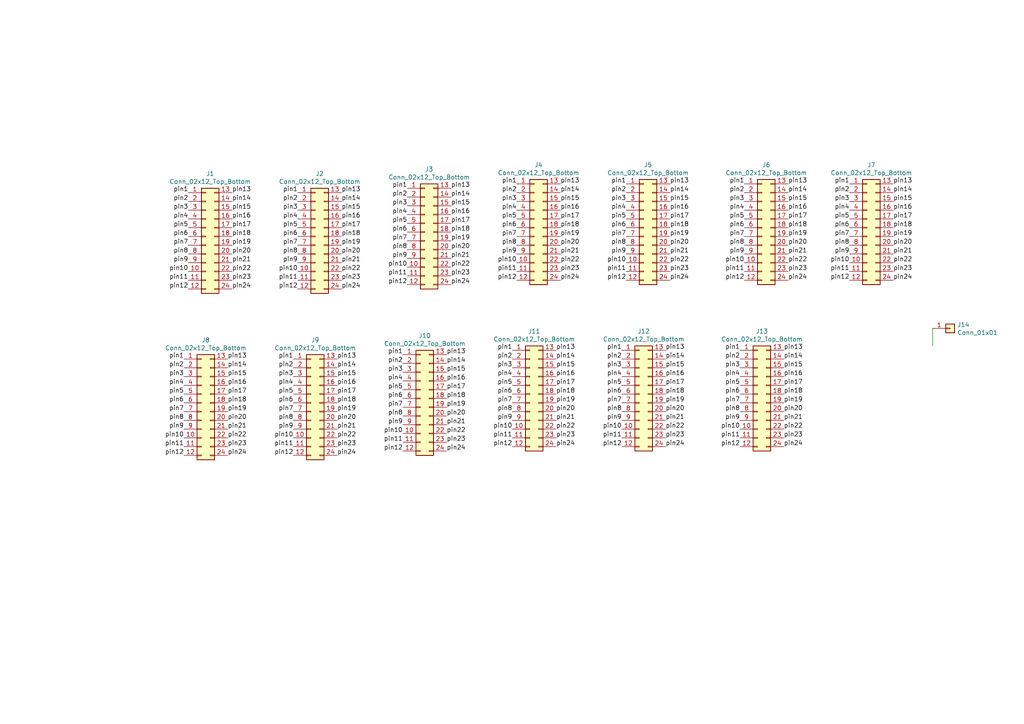
<source format=kicad_sch>
(kicad_sch (version 20231120) (generator "eeschema") (generator_version "8.0")
  (paper "A4")
  (lib_symbols
    (symbol "Connector_Generic:Conn_01x01" (pin_names (offset 1.016) hide)
      (property "Reference" "J" (at 0 2.54 0))
      (property "Value" "Conn_01x01" (at 0 -2.54 0))
      (symbol "Conn_01x01_1_1"
        (rectangle (start -1.27 0.127) (end 0 -0.127) (stroke (width 0.1524)))
        (rectangle (start -1.27 1.27) (end 1.27 -1.27) (stroke (width 0.254)) (fill (type background)))
        (pin passive line (at -5.08 0 0) (length 3.81) (name "Pin_1") (number "1"))
      )
    )
    (symbol "Connector_Generic:Conn_02x12_Top_Bottom" (pin_names (offset 1.016) hide)
      (property "Reference" "J" (at 1.27 15.24 0))
      (property "Value" "Conn_02x12_Top_Bottom" (at 1.27 -17.78 0))
      (symbol "Conn_02x12_Top_Bottom_1_1"
        (rectangle (start -1.27 -15.113) (end 0 -15.367) (stroke (width 0.1524)))
        (rectangle (start -1.27 -12.573) (end 0 -12.827) (stroke (width 0.1524)))
        (rectangle (start -1.27 -10.033) (end 0 -10.287) (stroke (width 0.1524)))
        (rectangle (start -1.27 -7.493) (end 0 -7.747) (stroke (width 0.1524)))
        (rectangle (start -1.27 -4.953) (end 0 -5.207) (stroke (width 0.1524)))
        (rectangle (start -1.27 -2.413) (end 0 -2.667) (stroke (width 0.1524)))
        (rectangle (start -1.27 0.127) (end 0 -0.127) (stroke (width 0.1524)))
        (rectangle (start -1.27 2.667) (end 0 2.413) (stroke (width 0.1524)))
        (rectangle (start -1.27 5.207) (end 0 4.953) (stroke (width 0.1524)))
        (rectangle (start -1.27 7.747) (end 0 7.493) (stroke (width 0.1524)))
        (rectangle (start -1.27 10.287) (end 0 10.033) (stroke (width 0.1524)))
        (rectangle (start -1.27 12.827) (end 0 12.573) (stroke (width 0.1524)))
        (rectangle (start -1.27 13.97) (end 3.81 -16.51) (stroke (width 0.254)) (fill (type background)))
        (rectangle (start 3.81 -15.113) (end 2.54 -15.367) (stroke (width 0.1524)))
        (rectangle (start 3.81 -12.573) (end 2.54 -12.827) (stroke (width 0.1524)))
        (rectangle (start 3.81 -10.033) (end 2.54 -10.287) (stroke (width 0.1524)))
        (rectangle (start 3.81 -7.493) (end 2.54 -7.747) (stroke (width 0.1524)))
        (rectangle (start 3.81 -4.953) (end 2.54 -5.207) (stroke (width 0.1524)))
        (rectangle (start 3.81 -2.413) (end 2.54 -2.667) (stroke (width 0.1524)))
        (rectangle (start 3.81 0.127) (end 2.54 -0.127) (stroke (width 0.1524)))
        (rectangle (start 3.81 2.667) (end 2.54 2.413) (stroke (width 0.1524)))
        (rectangle (start 3.81 5.207) (end 2.54 4.953) (stroke (width 0.1524)))
        (rectangle (start 3.81 7.747) (end 2.54 7.493) (stroke (width 0.1524)))
        (rectangle (start 3.81 10.287) (end 2.54 10.033) (stroke (width 0.1524)))
        (rectangle (start 3.81 12.827) (end 2.54 12.573) (stroke (width 0.1524)))
        (pin passive line (at -5.08 12.7 0) (length 3.81) (name "Pin_1") (number "1"))
        (pin passive line (at -5.08 -10.16 0) (length 3.81) (name "Pin_10") (number "10"))
        (pin passive line (at -5.08 -12.7 0) (length 3.81) (name "Pin_11") (number "11"))
        (pin passive line (at -5.08 -15.24 0) (length 3.81) (name "Pin_12") (number "12"))
        (pin passive line (at 7.62 12.7 180) (length 3.81) (name "Pin_13") (number "13"))
        (pin passive line (at 7.62 10.16 180) (length 3.81) (name "Pin_14") (number "14"))
        (pin passive line (at 7.62 7.62 180) (length 3.81) (name "Pin_15") (number "15"))
        (pin passive line (at 7.62 5.08 180) (length 3.81) (name "Pin_16") (number "16"))
        (pin passive line (at 7.62 2.54 180) (length 3.81) (name "Pin_17") (number "17"))
        (pin passive line (at 7.62 0 180) (length 3.81) (name "Pin_18") (number "18"))
        (pin passive line (at 7.62 -2.54 180) (length 3.81) (name "Pin_19") (number "19"))
        (pin passive line (at -5.08 10.16 0) (length 3.81) (name "Pin_2") (number "2"))
        (pin passive line (at 7.62 -5.08 180) (length 3.81) (name "Pin_20") (number "20"))
        (pin passive line (at 7.62 -7.62 180) (length 3.81) (name "Pin_21") (number "21"))
        (pin passive line (at 7.62 -10.16 180) (length 3.81) (name "Pin_22") (number "22"))
        (pin passive line (at 7.62 -12.7 180) (length 3.81) (name "Pin_23") (number "23"))
        (pin passive line (at 7.62 -15.24 180) (length 3.81) (name "Pin_24") (number "24"))
        (pin passive line (at -5.08 7.62 0) (length 3.81) (name "Pin_3") (number "3"))
        (pin passive line (at -5.08 5.08 0) (length 3.81) (name "Pin_4") (number "4"))
        (pin passive line (at -5.08 2.54 0) (length 3.81) (name "Pin_5") (number "5"))
        (pin passive line (at -5.08 0 0) (length 3.81) (name "Pin_6") (number "6"))
        (pin passive line (at -5.08 -2.54 0) (length 3.81) (name "Pin_7") (number "7"))
        (pin passive line (at -5.08 -5.08 0) (length 3.81) (name "Pin_8") (number "8"))
        (pin passive line (at -5.08 -7.62 0) (length 3.81) (name "Pin_9") (number "9"))
      )
    )
  )
  (wire (pts (xy 270.51 95.25) (xy 270.51 100.33)))
  (label "pin16" (at 259.08 60.96 0))
  (label "pin5" (at 53.34 114.3 180))
  (label "pin8" (at 149.86 71.12 180))
  (label "pin9" (at 181.61 73.66 180))
  (label "pin6" (at 53.34 116.84 180))
  (label "pin1" (at 181.61 53.34 180))
  (label "pin5" (at 246.38 63.5 180))
  (label "pin11" (at 246.38 78.74 180))
  (label "pin20" (at 193.04 119.38 0))
  (label "pin16" (at 130.81 62.23 0))
  (label "pin9" (at 180.34 121.92 180))
  (label "pin2" (at 180.34 104.14 180))
  (label "pin16" (at 194.31 60.96 0))
  (label "pin11" (at 116.84 128.27 180))
  (label "pin6" (at 215.9 66.04 180))
  (label "pin4" (at 246.38 60.96 180))
  (label "pin4" (at 85.09 111.76 180))
  (label "pin23" (at 259.08 78.74 0))
  (label "pin14" (at 228.6 55.88 0))
  (label "pin12" (at 181.61 81.28 180))
  (label "pin10" (at 54.61 78.74 180))
  (label "pin8" (at 180.34 119.38 180))
  (label "pin6" (at 180.34 114.3 180))
  (label "pin10" (at 149.86 76.2 180))
  (label "pin21" (at 193.04 121.92 0))
  (label "pin14" (at 66.04 106.68 0))
  (label "pin3" (at 53.34 109.22 180))
  (label "pin15" (at 259.08 58.42 0))
  (label "pin12" (at 214.63 129.54 180))
  (label "pin19" (at 259.08 68.58 0))
  (label "pin12" (at 54.61 83.82 180))
  (label "pin8" (at 54.61 73.66 180))
  (label "pin2" (at 181.61 55.88 180))
  (label "pin1" (at 246.38 53.34 180))
  (label "pin10" (at 246.38 76.2 180))
  (label "pin23" (at 227.33 127 0))
  (label "pin22" (at 162.56 76.2 0))
  (label "pin19" (at 227.33 116.84 0))
  (label "pin10" (at 148.59 124.46 180))
  (label "pin13" (at 193.04 101.6 0))
  (label "pin4" (at 54.61 63.5 180))
  (label "pin19" (at 97.79 119.38 0))
  (label "pin7" (at 180.34 116.84 180))
  (label "pin5" (at 86.36 66.04 180))
  (label "pin15" (at 66.04 109.22 0))
  (label "pin6" (at 85.09 116.84 180))
  (label "pin19" (at 130.81 69.85 0))
  (label "pin2" (at 148.59 104.14 180))
  (label "pin10" (at 118.11 77.47 180))
  (label "pin5" (at 118.11 64.77 180))
  (label "pin9" (at 118.11 74.93 180))
  (label "pin7" (at 215.9 68.58 180))
  (label "pin7" (at 214.63 116.84 180))
  (label "pin24" (at 129.54 130.81 0))
  (label "pin4" (at 180.34 109.22 180))
  (label "pin14" (at 162.56 55.88 0))
  (label "pin24" (at 99.06 83.82 0))
  (label "pin18" (at 66.04 116.84 0))
  (label "pin16" (at 162.56 60.96 0))
  (label "pin16" (at 228.6 60.96 0))
  (label "pin9" (at 54.61 76.2 180))
  (label "pin5" (at 215.9 63.5 180))
  (label "pin9" (at 86.36 76.2 180))
  (label "pin2" (at 116.84 105.41 180))
  (label "pin1" (at 86.36 55.88 180))
  (label "pin5" (at 54.61 66.04 180))
  (label "pin8" (at 118.11 72.39 180))
  (label "pin15" (at 162.56 58.42 0))
  (label "pin17" (at 67.31 66.04 0))
  (label "pin22" (at 227.33 124.46 0))
  (label "pin3" (at 180.34 106.68 180))
  (label "pin19" (at 129.54 118.11 0))
  (label "pin23" (at 129.54 128.27 0))
  (label "pin8" (at 246.38 71.12 180))
  (label "pin8" (at 215.9 71.12 180))
  (label "pin13" (at 259.08 53.34 0))
  (label "pin24" (at 161.29 129.54 0))
  (label "pin10" (at 116.84 125.73 180))
  (label "pin18" (at 227.33 114.3 0))
  (label "pin18" (at 99.06 68.58 0))
  (label "pin3" (at 148.59 106.68 180))
  (label "pin21" (at 228.6 73.66 0))
  (label "pin20" (at 227.33 119.38 0))
  (label "pin24" (at 227.33 129.54 0))
  (label "pin21" (at 162.56 73.66 0))
  (label "pin22" (at 67.31 78.74 0))
  (label "pin17" (at 228.6 63.5 0))
  (label "pin15" (at 194.31 58.42 0))
  (label "pin1" (at 85.09 104.14 180))
  (label "pin2" (at 85.09 106.68 180))
  (label "pin13" (at 194.31 53.34 0))
  (label "pin14" (at 194.31 55.88 0))
  (label "pin11" (at 148.59 127 180))
  (label "pin23" (at 162.56 78.74 0))
  (label "pin8" (at 53.34 121.92 180))
  (label "pin10" (at 53.34 127 180))
  (label "pin20" (at 194.31 71.12 0))
  (label "pin12" (at 86.36 83.82 180))
  (label "pin13" (at 162.56 53.34 0))
  (label "pin13" (at 228.6 53.34 0))
  (label "pin22" (at 66.04 127 0))
  (label "pin13" (at 161.29 101.6 0))
  (label "pin10" (at 181.61 76.2 180))
  (label "pin12" (at 53.34 132.08 180))
  (label "pin3" (at 86.36 60.96 180))
  (label "pin8" (at 148.59 119.38 180))
  (label "pin17" (at 130.81 64.77 0))
  (label "pin15" (at 228.6 58.42 0))
  (label "pin9" (at 214.63 121.92 180))
  (label "pin4" (at 116.84 110.49 180))
  (label "pin20" (at 162.56 71.12 0))
  (label "pin20" (at 99.06 73.66 0))
  (label "pin16" (at 66.04 111.76 0))
  (label "pin17" (at 97.79 114.3 0))
  (label "pin3" (at 246.38 58.42 180))
  (label "pin4" (at 181.61 60.96 180))
  (label "pin10" (at 85.09 127 180))
  (label "pin12" (at 180.34 129.54 180))
  (label "pin2" (at 215.9 55.88 180))
  (label "pin6" (at 181.61 66.04 180))
  (label "pin8" (at 85.09 121.92 180))
  (label "pin7" (at 54.61 71.12 180))
  (label "pin10" (at 180.34 124.46 180))
  (label "pin17" (at 129.54 113.03 0))
  (label "pin23" (at 99.06 81.28 0))
  (label "pin7" (at 246.38 68.58 180))
  (label "pin7" (at 149.86 68.58 180))
  (label "pin14" (at 67.31 58.42 0))
  (label "pin24" (at 194.31 81.28 0))
  (label "pin2" (at 54.61 58.42 180))
  (label "pin4" (at 86.36 63.5 180))
  (label "pin2" (at 86.36 58.42 180))
  (label "pin21" (at 129.54 123.19 0))
  (label "pin19" (at 228.6 68.58 0))
  (label "pin11" (at 85.09 129.54 180))
  (label "pin23" (at 67.31 81.28 0))
  (label "pin13" (at 227.33 101.6 0))
  (label "pin16" (at 227.33 109.22 0))
  (label "pin3" (at 54.61 60.96 180))
  (label "pin22" (at 130.81 77.47 0))
  (label "pin5" (at 180.34 111.76 180))
  (label "pin6" (at 118.11 67.31 180))
  (label "pin6" (at 116.84 115.57 180))
  (label "pin9" (at 53.34 124.46 180))
  (label "pin1" (at 215.9 53.34 180))
  (label "pin17" (at 193.04 111.76 0))
  (label "pin20" (at 67.31 73.66 0))
  (label "pin8" (at 214.63 119.38 180))
  (label "pin7" (at 86.36 71.12 180))
  (label "pin22" (at 129.54 125.73 0))
  (label "pin23" (at 66.04 129.54 0))
  (label "pin22" (at 161.29 124.46 0))
  (label "pin9" (at 149.86 73.66 180))
  (label "pin12" (at 148.59 129.54 180))
  (label "pin9" (at 215.9 73.66 180))
  (label "pin19" (at 162.56 68.58 0))
  (label "pin5" (at 181.61 63.5 180))
  (label "pin11" (at 180.34 127 180))
  (label "pin20" (at 97.79 121.92 0))
  (label "pin24" (at 130.81 82.55 0))
  (label "pin2" (at 214.63 104.14 180))
  (label "pin7" (at 85.09 119.38 180))
  (label "pin3" (at 116.84 107.95 180))
  (label "pin15" (at 130.81 59.69 0))
  (label "pin21" (at 99.06 76.2 0))
  (label "pin22" (at 193.04 124.46 0))
  (label "pin21" (at 227.33 121.92 0))
  (label "pin12" (at 246.38 81.28 180))
  (label "pin15" (at 193.04 106.68 0))
  (label "pin19" (at 99.06 71.12 0))
  (label "pin17" (at 194.31 63.5 0))
  (label "pin11" (at 118.11 80.01 180))
  (label "pin13" (at 67.31 55.88 0))
  (label "pin17" (at 161.29 111.76 0))
  (label "pin4" (at 149.86 60.96 180))
  (label "pin2" (at 118.11 57.15 180))
  (label "pin8" (at 116.84 120.65 180))
  (label "pin11" (at 53.34 129.54 180))
  (label "pin1" (at 214.63 101.6 180))
  (label "pin20" (at 259.08 71.12 0))
  (label "pin12" (at 215.9 81.28 180))
  (label "pin1" (at 54.61 55.88 180))
  (label "pin13" (at 129.54 102.87 0))
  (label "pin6" (at 149.86 66.04 180))
  (label "pin17" (at 66.04 114.3 0))
  (label "pin19" (at 161.29 116.84 0))
  (label "pin18" (at 97.79 116.84 0))
  (label "pin18" (at 130.81 67.31 0))
  (label "pin2" (at 53.34 106.68 180))
  (label "pin14" (at 259.08 55.88 0))
  (label "pin3" (at 181.61 58.42 180))
  (label "pin22" (at 259.08 76.2 0))
  (label "pin24" (at 66.04 132.08 0))
  (label "pin1" (at 148.59 101.6 180))
  (label "pin12" (at 149.86 81.28 180))
  (label "pin18" (at 162.56 66.04 0))
  (label "pin10" (at 215.9 76.2 180))
  (label "pin1" (at 149.86 53.34 180))
  (label "pin21" (at 161.29 121.92 0))
  (label "pin20" (at 228.6 71.12 0))
  (label "pin16" (at 193.04 109.22 0))
  (label "pin16" (at 67.31 63.5 0))
  (label "pin18" (at 228.6 66.04 0))
  (label "pin22" (at 99.06 78.74 0))
  (label "pin15" (at 129.54 107.95 0))
  (label "pin4" (at 215.9 60.96 180))
  (label "pin18" (at 161.29 114.3 0))
  (label "pin11" (at 215.9 78.74 180))
  (label "pin18" (at 193.04 114.3 0))
  (label "pin23" (at 130.81 80.01 0))
  (label "pin9" (at 85.09 124.46 180))
  (label "pin19" (at 194.31 68.58 0))
  (label "pin21" (at 66.04 124.46 0))
  (label "pin24" (at 162.56 81.28 0))
  (label "pin14" (at 129.54 105.41 0))
  (label "pin17" (at 162.56 63.5 0))
  (label "pin1" (at 118.11 54.61 180))
  (label "pin20" (at 130.81 72.39 0))
  (label "pin6" (at 148.59 114.3 180))
  (label "pin11" (at 214.63 127 180))
  (label "pin7" (at 116.84 118.11 180))
  (label "pin5" (at 116.84 113.03 180))
  (label "pin16" (at 99.06 63.5 0))
  (label "pin14" (at 161.29 104.14 0))
  (label "pin9" (at 246.38 73.66 180))
  (label "pin3" (at 214.63 106.68 180))
  (label "pin15" (at 161.29 106.68 0))
  (label "pin23" (at 97.79 129.54 0))
  (label "pin16" (at 97.79 111.76 0))
  (label "pin23" (at 193.04 127 0))
  (label "pin10" (at 86.36 78.74 180))
  (label "pin7" (at 53.34 119.38 180))
  (label "pin12" (at 116.84 130.81 180))
  (label "pin17" (at 99.06 66.04 0))
  (label "pin14" (at 193.04 104.14 0))
  (label "pin21" (at 259.08 73.66 0))
  (label "pin4" (at 214.63 109.22 180))
  (label "pin14" (at 130.81 57.15 0))
  (label "pin9" (at 148.59 121.92 180))
  (label "pin19" (at 193.04 116.84 0))
  (label "pin3" (at 85.09 109.22 180))
  (label "pin6" (at 54.61 68.58 180))
  (label "pin8" (at 86.36 73.66 180))
  (label "pin9" (at 116.84 123.19 180))
  (label "pin15" (at 67.31 60.96 0))
  (label "pin15" (at 97.79 109.22 0))
  (label "pin23" (at 228.6 78.74 0))
  (label "pin21" (at 130.81 74.93 0))
  (label "pin11" (at 149.86 78.74 180))
  (label "pin13" (at 97.79 104.14 0))
  (label "pin1" (at 180.34 101.6 180))
  (label "pin3" (at 149.86 58.42 180))
  (label "pin12" (at 85.09 132.08 180))
  (label "pin20" (at 66.04 121.92 0))
  (label "pin6" (at 246.38 66.04 180))
  (label "pin24" (at 97.79 132.08 0))
  (label "pin6" (at 86.36 68.58 180))
  (label "pin18" (at 67.31 68.58 0))
  (label "pin2" (at 149.86 55.88 180))
  (label "pin1" (at 116.84 102.87 180))
  (label "pin18" (at 259.08 66.04 0))
  (label "pin21" (at 97.79 124.46 0))
  (label "pin24" (at 67.31 83.82 0))
  (label "pin2" (at 246.38 55.88 180))
  (label "pin24" (at 259.08 81.28 0))
  (label "pin8" (at 181.61 71.12 180))
  (label "pin4" (at 148.59 109.22 180))
  (label "pin22" (at 194.31 76.2 0))
  (label "pin17" (at 227.33 111.76 0))
  (label "pin7" (at 148.59 116.84 180))
  (label "pin6" (at 214.63 114.3 180))
  (label "pin14" (at 97.79 106.68 0))
  (label "pin15" (at 227.33 106.68 0))
  (label "pin13" (at 66.04 104.14 0))
  (label "pin14" (at 227.33 104.14 0))
  (label "pin1" (at 53.34 104.14 180))
  (label "pin21" (at 194.31 73.66 0))
  (label "pin12" (at 118.11 82.55 180))
  (label "pin5" (at 149.86 63.5 180))
  (label "pin5" (at 85.09 114.3 180))
  (label "pin17" (at 259.08 63.5 0))
  (label "pin19" (at 67.31 71.12 0))
  (label "pin21" (at 67.31 76.2 0))
  (label "pin23" (at 194.31 78.74 0))
  (label "pin20" (at 161.29 119.38 0))
  (label "pin20" (at 129.54 120.65 0))
  (label "pin5" (at 148.59 111.76 180))
  (label "pin7" (at 181.61 68.58 180))
  (label "pin18" (at 194.31 66.04 0))
  (label "pin24" (at 193.04 129.54 0))
  (label "pin4" (at 53.34 111.76 180))
  (label "pin15" (at 99.06 60.96 0))
  (label "pin22" (at 228.6 76.2 0))
  (label "pin14" (at 99.06 58.42 0))
  (label "pin19" (at 66.04 119.38 0))
  (label "pin18" (at 129.54 115.57 0))
  (label "pin5" (at 214.63 111.76 180))
  (label "pin16" (at 129.54 110.49 0))
  (label "pin3" (at 118.11 59.69 180))
  (label "pin13" (at 130.81 54.61 0))
  (label "pin7" (at 118.11 69.85 180))
  (label "pin24" (at 228.6 81.28 0))
  (label "pin13" (at 99.06 55.88 0))
  (label "pin11" (at 86.36 81.28 180))
  (label "pin10" (at 214.63 124.46 180))
  (label "pin22" (at 97.79 127 0))
  (label "pin11" (at 181.61 78.74 180))
  (label "pin4" (at 118.11 62.23 180))
  (label "pin23" (at 161.29 127 0))
  (label "pin16" (at 161.29 109.22 0))
  (label "pin3" (at 215.9 58.42 180))
  (label "pin11" (at 54.61 81.28 180))
  (symbol (lib_id "Connector_Generic:Conn_02x12_Top_Bottom") (at 59.69 68.58 0) (unit 1)
    (property "Reference" "J1" (at 60.96 50.3682 0))
    (property "Value" "Conn_02x12_Top_Bottom" (at 60.96 52.6796 0))
    (property "Footprint" "Connector_PinSocket_2.54mm:PinSocket_2x12_P2.54mm_Vertical" (effects (hide yes)))
  )
  (symbol (lib_id "Connector_Generic:Conn_02x12_Top_Bottom") (at 91.44 68.58 0) (unit 1)
    (property "Reference" "J2" (at 92.71 50.3682 0))
    (property "Value" "Conn_02x12_Top_Bottom" (at 92.71 52.6796 0))
    (property "Footprint" "Connector_PinSocket_2.54mm:PinSocket_2x12_P2.54mm_Vertical" (effects (hide yes)))
  )
  (symbol (lib_id "Connector_Generic:Conn_02x12_Top_Bottom") (at 123.19 67.31 0) (unit 1)
    (property "Reference" "J3" (at 124.46 49.0982 0))
    (property "Value" "Conn_02x12_Top_Bottom" (at 124.46 51.4096 0))
    (property "Footprint" "Connector_PinSocket_2.54mm:PinSocket_2x12_P2.54mm_Vertical" (effects (hide yes)))
  )
  (symbol (lib_id "Connector_Generic:Conn_02x12_Top_Bottom") (at 154.94 66.04 0) (unit 1)
    (property "Reference" "J4" (at 156.21 47.8282 0))
    (property "Value" "Conn_02x12_Top_Bottom" (at 156.21 50.1396 0))
    (property "Footprint" "Connector_PinSocket_2.54mm:PinSocket_2x12_P2.54mm_Vertical" (effects (hide yes)))
  )
  (symbol (lib_id "Connector_Generic:Conn_02x12_Top_Bottom") (at 186.69 66.04 0) (unit 1)
    (property "Reference" "J5" (at 187.96 47.8282 0))
    (property "Value" "Conn_02x12_Top_Bottom" (at 187.96 50.1396 0))
    (property "Footprint" "Connector_PinSocket_2.54mm:PinSocket_2x12_P2.54mm_Vertical" (effects (hide yes)))
  )
  (symbol (lib_id "Connector_Generic:Conn_02x12_Top_Bottom") (at 220.98 66.04 0) (unit 1)
    (property "Reference" "J6" (at 222.25 47.8282 0))
    (property "Value" "Conn_02x12_Top_Bottom" (at 222.25 50.1396 0))
    (property "Footprint" "Connector_PinSocket_2.54mm:PinSocket_2x12_P2.54mm_Vertical" (effects (hide yes)))
  )
  (symbol (lib_id "Connector_Generic:Conn_02x12_Top_Bottom") (at 251.46 66.04 0) (unit 1)
    (property "Reference" "J7" (at 252.73 47.8282 0))
    (property "Value" "Conn_02x12_Top_Bottom" (at 252.73 50.1396 0))
    (property "Footprint" "Connector_PinSocket_2.54mm:PinSocket_2x12_P2.54mm_Vertical" (effects (hide yes)))
  )
  (symbol (lib_id "Connector_Generic:Conn_01x01") (at 275.59 95.25 0) (unit 1)
    (property "Reference" "J14" (at 277.622 94.1832 0) (effects (justify left)))
    (property "Value" "Conn_01x01" (at 277.622 96.4946 0) (effects (justify left)))
    (property "Footprint" "TestPoint:TestPoint_Pad_1.0x1.0mm" (effects (hide yes)))
  )
  (symbol (lib_id "Connector_Generic:Conn_02x12_Top_Bottom") (at 58.42 116.84 0) (unit 1)
    (property "Reference" "J8" (at 59.69 98.6282 0))
    (property "Value" "Conn_02x12_Top_Bottom" (at 59.69 100.9396 0))
    (property "Footprint" "Connector_PinSocket_2.54mm:PinSocket_2x12_P2.54mm_Vertical" (effects (hide yes)))
  )
  (symbol (lib_id "Connector_Generic:Conn_02x12_Top_Bottom") (at 90.17 116.84 0) (unit 1)
    (property "Reference" "J9" (at 91.44 98.6282 0))
    (property "Value" "Conn_02x12_Top_Bottom" (at 91.44 100.9396 0))
    (property "Footprint" "Connector_PinSocket_2.54mm:PinSocket_2x12_P2.54mm_Vertical" (effects (hide yes)))
  )
  (symbol (lib_id "Connector_Generic:Conn_02x12_Top_Bottom") (at 153.67 114.3 0) (unit 1)
    (property "Reference" "J11" (at 154.94 96.0882 0))
    (property "Value" "Conn_02x12_Top_Bottom" (at 154.94 98.3996 0))
    (property "Footprint" "Connector_PinSocket_2.54mm:PinSocket_2x12_P2.54mm_Vertical" (effects (hide yes)))
  )
  (symbol (lib_id "Connector_Generic:Conn_02x12_Top_Bottom") (at 219.71 114.3 0) (unit 1)
    (property "Reference" "J13" (at 220.98 96.0882 0))
    (property "Value" "Conn_02x12_Top_Bottom" (at 220.98 98.3996 0))
    (property "Footprint" "Connector_PinSocket_2.54mm:PinSocket_2x12_P2.54mm_Vertical" (effects (hide yes)))
  )
  (symbol (lib_id "Connector_Generic:Conn_02x12_Top_Bottom") (at 121.92 115.57 0) (unit 1)
    (property "Reference" "J10" (at 123.19 97.3582 0))
    (property "Value" "Conn_02x12_Top_Bottom" (at 123.19 99.6696 0))
    (property "Footprint" "Connector_PinSocket_2.54mm:PinSocket_2x12_P2.54mm_Vertical" (effects (hide yes)))
  )
  (symbol (lib_id "Connector_Generic:Conn_02x12_Top_Bottom") (at 185.42 114.3 0) (unit 1)
    (property "Reference" "J12" (at 186.69 96.0882 0))
    (property "Value" "Conn_02x12_Top_Bottom" (at 186.69 98.3996 0))
    (property "Footprint" "Connector_PinSocket_2.54mm:PinSocket_2x12_P2.54mm_Vertical" (effects (hide yes)))
  )
)
</source>
